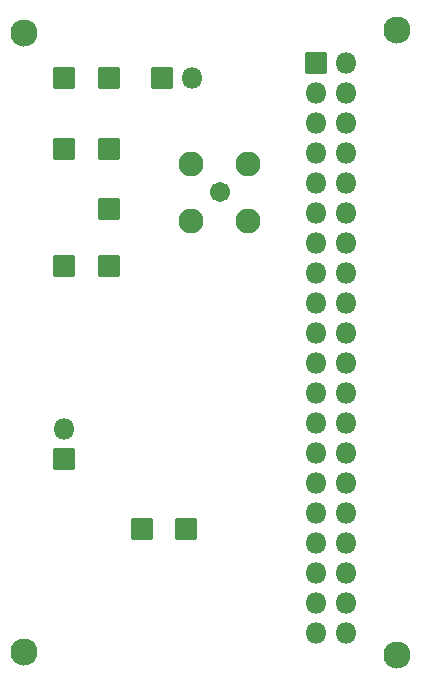
<source format=gbr>
%TF.GenerationSoftware,KiCad,Pcbnew,7.0.9*%
%TF.CreationDate,2024-09-05T13:52:43+09:00*%
%TF.ProjectId,STA5635,53544135-3633-4352-9e6b-696361645f70,rev?*%
%TF.SameCoordinates,Original*%
%TF.FileFunction,Soldermask,Bot*%
%TF.FilePolarity,Negative*%
%FSLAX46Y46*%
G04 Gerber Fmt 4.6, Leading zero omitted, Abs format (unit mm)*
G04 Created by KiCad (PCBNEW 7.0.9) date 2024-09-05 13:52:43*
%MOMM*%
%LPD*%
G01*
G04 APERTURE LIST*
G04 Aperture macros list*
%AMRoundRect*
0 Rectangle with rounded corners*
0 $1 Rounding radius*
0 $2 $3 $4 $5 $6 $7 $8 $9 X,Y pos of 4 corners*
0 Add a 4 corners polygon primitive as box body*
4,1,4,$2,$3,$4,$5,$6,$7,$8,$9,$2,$3,0*
0 Add four circle primitives for the rounded corners*
1,1,$1+$1,$2,$3*
1,1,$1+$1,$4,$5*
1,1,$1+$1,$6,$7*
1,1,$1+$1,$8,$9*
0 Add four rect primitives between the rounded corners*
20,1,$1+$1,$2,$3,$4,$5,0*
20,1,$1+$1,$4,$5,$6,$7,0*
20,1,$1+$1,$6,$7,$8,$9,0*
20,1,$1+$1,$8,$9,$2,$3,0*%
G04 Aperture macros list end*
%ADD10C,2.300000*%
%ADD11RoundRect,0.050000X-0.850000X-0.850000X0.850000X-0.850000X0.850000X0.850000X-0.850000X0.850000X0*%
%ADD12RoundRect,0.050000X0.850000X0.850000X-0.850000X0.850000X-0.850000X-0.850000X0.850000X-0.850000X0*%
%ADD13O,1.800000X1.800000*%
%ADD14RoundRect,0.050000X0.850000X-0.850000X0.850000X0.850000X-0.850000X0.850000X-0.850000X-0.850000X0*%
%ADD15C,1.712000*%
%ADD16C,2.124000*%
G04 APERTURE END LIST*
D10*
%TO.C,H4*%
X159893000Y-113004600D03*
%TD*%
%TO.C,H3*%
X159893000Y-60071000D03*
%TD*%
D11*
%TO.C,TP1*%
X135483600Y-70180200D03*
%TD*%
%TO.C,TP10*%
X138277600Y-102285800D03*
%TD*%
D12*
%TO.C,J3*%
X131699000Y-96398000D03*
D13*
X131699000Y-93858000D03*
%TD*%
D11*
%TO.C,TP6*%
X131673600Y-80086200D03*
%TD*%
D10*
%TO.C,H2*%
X128270000Y-112776000D03*
%TD*%
%TO.C,H1*%
X128270000Y-60325000D03*
%TD*%
D11*
%TO.C,TP2*%
X135483600Y-80086200D03*
%TD*%
%TO.C,TP9*%
X135509000Y-64135000D03*
%TD*%
D14*
%TO.C,J4*%
X139954000Y-64135000D03*
D13*
X142494000Y-64135000D03*
%TD*%
D15*
%TO.C,J2*%
X144856200Y-73812400D03*
D16*
X142456200Y-71412400D03*
X142456200Y-76212400D03*
X147256200Y-76212400D03*
X147256200Y-71412400D03*
%TD*%
D11*
%TO.C,TP5*%
X135509000Y-75234800D03*
%TD*%
%TO.C,TP3*%
X131699000Y-64135000D03*
%TD*%
%TO.C,J1*%
X153035000Y-62890400D03*
D13*
X155575000Y-62890400D03*
X153035000Y-65430400D03*
X155575000Y-65430400D03*
X153035000Y-67970400D03*
X155575000Y-67970400D03*
X153035000Y-70510400D03*
X155575000Y-70510400D03*
X153035000Y-73050400D03*
X155575000Y-73050400D03*
X153035000Y-75590400D03*
X155575000Y-75590400D03*
X153035000Y-78130400D03*
X155575000Y-78130400D03*
X153035000Y-80670400D03*
X155575000Y-80670400D03*
X153035000Y-83210400D03*
X155575000Y-83210400D03*
X153035000Y-85750400D03*
X155575000Y-85750400D03*
X153035000Y-88290400D03*
X155575000Y-88290400D03*
X153035000Y-90830400D03*
X155575000Y-90830400D03*
X153035000Y-93370400D03*
X155575000Y-93370400D03*
X153035000Y-95910400D03*
X155575000Y-95910400D03*
X153035000Y-98450400D03*
X155575000Y-98450400D03*
X153035000Y-100990400D03*
X155575000Y-100990400D03*
X153035000Y-103530400D03*
X155575000Y-103530400D03*
X153035000Y-106070400D03*
X155575000Y-106070400D03*
X153035000Y-108610400D03*
X155575000Y-108610400D03*
X153035000Y-111150400D03*
X155575000Y-111150400D03*
%TD*%
D11*
%TO.C,TP4*%
X142036800Y-102285800D03*
%TD*%
%TO.C,TP8*%
X131673600Y-70180200D03*
%TD*%
M02*

</source>
